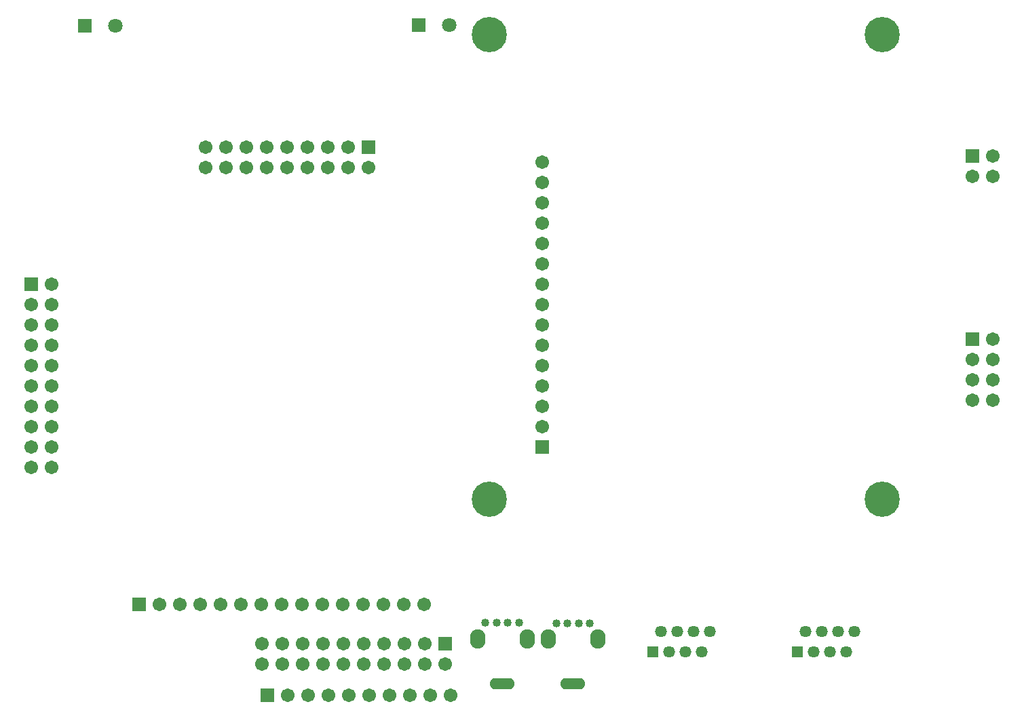
<source format=gbs>
G04*
G04 #@! TF.GenerationSoftware,Altium Limited,Altium NEXUS,2.0.14 (187)*
G04*
G04 Layer_Color=16711935*
%FSLAX44Y44*%
%MOMM*%
G71*
G01*
G75*
%ADD64C,1.7032*%
%ADD65R,1.7032X1.7032*%
%ADD66R,1.7032X1.7032*%
%ADD67C,4.4000*%
%ADD68C,1.4600*%
%ADD69R,1.4600X1.4600*%
%ADD70O,3.1200X1.4200*%
%ADD71C,1.0200*%
%ADD72O,1.9200X2.4200*%
%ADD73R,1.8032X1.8032*%
%ADD74C,1.8032*%
D64*
X691750Y689700D02*
D03*
Y664300D02*
D03*
Y638900D02*
D03*
Y613500D02*
D03*
Y588100D02*
D03*
Y562700D02*
D03*
Y537300D02*
D03*
Y511900D02*
D03*
Y486500D02*
D03*
Y461100D02*
D03*
Y435700D02*
D03*
Y410300D02*
D03*
Y384900D02*
D03*
Y359500D02*
D03*
X1254000Y671601D02*
D03*
X1228600D02*
D03*
X1254000Y697001D02*
D03*
X544850Y138000D02*
D03*
X519450D02*
D03*
X494050D02*
D03*
X468650D02*
D03*
X443250D02*
D03*
X417850D02*
D03*
X392450D02*
D03*
X367050D02*
D03*
X341650D02*
D03*
X316250D02*
D03*
X290850D02*
D03*
X265450D02*
D03*
X240050D02*
D03*
X214650D02*
D03*
X374150Y24500D02*
D03*
X424950D02*
D03*
X450350D02*
D03*
X475750D02*
D03*
X501150D02*
D03*
X526550D02*
D03*
X551950D02*
D03*
X577350D02*
D03*
X399550D02*
D03*
X475350Y683000D02*
D03*
X449950Y708400D02*
D03*
Y683000D02*
D03*
X424550Y708400D02*
D03*
X424550Y683000D02*
D03*
X399150Y708400D02*
D03*
Y683000D02*
D03*
X373750Y708400D02*
D03*
Y683000D02*
D03*
X348350Y708400D02*
D03*
Y683000D02*
D03*
X322950Y708400D02*
D03*
Y683000D02*
D03*
X297550Y708400D02*
D03*
Y683000D02*
D03*
X272150Y708400D02*
D03*
Y683000D02*
D03*
X79650Y308500D02*
D03*
X54250D02*
D03*
X79650Y333900D02*
D03*
X54250D02*
D03*
X79650Y359300D02*
D03*
X54250D02*
D03*
X79650Y384700D02*
D03*
X54250D02*
D03*
X79650Y410100D02*
D03*
X54250D02*
D03*
X79650Y435500D02*
D03*
X54250D02*
D03*
X79650Y460900D02*
D03*
X54250D02*
D03*
X79650Y486300D02*
D03*
X54250D02*
D03*
X79650Y511700D02*
D03*
X54250D02*
D03*
X79650Y537100D02*
D03*
X342150Y63250D02*
D03*
Y88650D02*
D03*
X367550Y63250D02*
D03*
Y88650D02*
D03*
X392950Y63250D02*
D03*
Y88650D02*
D03*
X418350Y63250D02*
D03*
Y88650D02*
D03*
X443750Y63250D02*
D03*
Y88650D02*
D03*
X469150Y63250D02*
D03*
Y88650D02*
D03*
X494550Y63250D02*
D03*
Y88650D02*
D03*
X519950Y63250D02*
D03*
Y88650D02*
D03*
X545350Y63250D02*
D03*
Y88650D02*
D03*
X570750Y63250D02*
D03*
X1254000Y468551D02*
D03*
X1228600Y443151D02*
D03*
X1254000D02*
D03*
X1228600Y417751D02*
D03*
X1254000Y417751D02*
D03*
X1228600Y392351D02*
D03*
X1254000Y392351D02*
D03*
D65*
X691750Y334100D02*
D03*
X1228600Y697001D02*
D03*
X54250Y537100D02*
D03*
X1228600Y468551D02*
D03*
D66*
X189250Y138000D02*
D03*
X348750Y24500D02*
D03*
X475350Y708400D02*
D03*
X570750Y88650D02*
D03*
D67*
X626000Y269250D02*
D03*
X1116000D02*
D03*
X626000Y849250D02*
D03*
X1116000D02*
D03*
D68*
X1081400Y103400D02*
D03*
X1020200D02*
D03*
X1071200Y78000D02*
D03*
X1061000Y103400D02*
D03*
X1040600D02*
D03*
X1050800Y78000D02*
D03*
X1030400D02*
D03*
X901150Y103401D02*
D03*
X839950D02*
D03*
X890950Y78001D02*
D03*
X880750Y103401D02*
D03*
X860350D02*
D03*
X870550Y78001D02*
D03*
X850150D02*
D03*
D69*
X1010000Y78000D02*
D03*
X829750Y78001D02*
D03*
D70*
X642000Y38501D02*
D03*
X730250Y38251D02*
D03*
D71*
X663000Y114501D02*
D03*
X649000D02*
D03*
X635000D02*
D03*
X621000D02*
D03*
X751250Y114251D02*
D03*
X737250D02*
D03*
X723250D02*
D03*
X709250D02*
D03*
D72*
X611200Y94501D02*
D03*
X672800D02*
D03*
X699450Y94251D02*
D03*
X761050D02*
D03*
D73*
X537400Y860750D02*
D03*
X121500Y859500D02*
D03*
D74*
X575500Y860750D02*
D03*
X159600Y859500D02*
D03*
M02*

</source>
